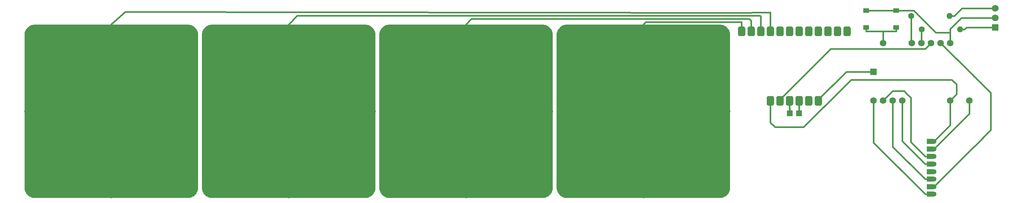
<source format=gbr>
G04 #@! TF.GenerationSoftware,KiCad,Pcbnew,(5.0.0-3-g5ebb6b6)*
G04 #@! TF.CreationDate,2021-01-19T19:10:24+01:00*
G04 #@! TF.ProjectId,HB-RC-4-TOUCH,48422D52432D342D544F5543482E6B69,rev?*
G04 #@! TF.SameCoordinates,Original*
G04 #@! TF.FileFunction,Copper,L1,Top,Signal*
G04 #@! TF.FilePolarity,Positive*
%FSLAX46Y46*%
G04 Gerber Fmt 4.6, Leading zero omitted, Abs format (unit mm)*
G04 Created by KiCad (PCBNEW (5.0.0-3-g5ebb6b6)) date 2021 January 19, Tuesday 19:10:24*
%MOMM*%
%LPD*%
G01*
G04 APERTURE LIST*
G04 #@! TA.AperFunction,ComponentPad*
%ADD10C,1.727200*%
G04 #@! TD*
G04 #@! TA.AperFunction,ComponentPad*
%ADD11R,1.727200X1.727200*%
G04 #@! TD*
G04 #@! TA.AperFunction,Conductor*
%ADD12C,0.100000*%
G04 #@! TD*
G04 #@! TA.AperFunction,SMDPad,CuDef*
%ADD13C,1.905000*%
G04 #@! TD*
G04 #@! TA.AperFunction,ConnectorPad*
%ADD14R,1.800000X1.350000*%
G04 #@! TD*
G04 #@! TA.AperFunction,BGAPad,CuDef*
%ADD15C,1.350000*%
G04 #@! TD*
G04 #@! TA.AperFunction,SMDPad,CuDef*
%ADD16R,1.550000X1.300000*%
G04 #@! TD*
G04 #@! TA.AperFunction,ComponentPad*
%ADD17C,1.600000*%
G04 #@! TD*
G04 #@! TA.AperFunction,ComponentPad*
%ADD18O,1.600000X1.600000*%
G04 #@! TD*
G04 #@! TA.AperFunction,SMDPad,CuDef*
%ADD19R,1.500000X1.500000*%
G04 #@! TD*
G04 #@! TA.AperFunction,Conductor*
%ADD20C,46.000000*%
G04 #@! TD*
G04 #@! TA.AperFunction,ComponentPad*
%ADD21R,1.800000X1.800000*%
G04 #@! TD*
G04 #@! TA.AperFunction,ComponentPad*
%ADD22C,1.800000*%
G04 #@! TD*
G04 #@! TA.AperFunction,Conductor*
%ADD23C,0.400000*%
G04 #@! TD*
G04 APERTURE END LIST*
D10*
G04 #@! TO.P,X1,11D*
G04 #@! TO.N,Net-(SW1-Pad1)*
X250550000Y-28880000D03*
G04 #@! TO.P,X1,6D*
G04 #@! TO.N,MPR121_IRQ*
X263250000Y-28880000D03*
G04 #@! TO.P,X1,5D*
G04 #@! TO.N,CC1101_GDO0*
X265790000Y-28880000D03*
G04 #@! TO.P,X1,7D*
G04 #@! TO.N,Net-(R1-Pad1)*
X260710000Y-28880000D03*
G04 #@! TO.P,X1,8D*
G04 #@! TO.N,Net-(R2-Pad1)*
X258170000Y-28880000D03*
G04 #@! TO.P,X1,4D*
G04 #@! TO.N,GND*
X268330000Y-28880000D03*
G04 #@! TO.P,X1,2A*
X273410000Y-44120000D03*
G04 #@! TO.P,X1,4A*
G04 #@! TO.N,+3V3*
X268330000Y-44120000D03*
G04 #@! TO.P,X1,10A*
G04 #@! TO.N,MISO*
X253090000Y-44120000D03*
G04 #@! TO.P,X1,9A*
G04 #@! TO.N,SCK*
X255630000Y-44120000D03*
G04 #@! TO.P,X1,11A*
G04 #@! TO.N,MOSI*
X250550000Y-44120000D03*
D11*
G04 #@! TO.P,X1,1B*
G04 #@! TO.N,GND*
X248010000Y-36500000D03*
D10*
G04 #@! TO.P,X1,12A*
G04 #@! TO.N,CC1101_CS*
X248010000Y-44120000D03*
G04 #@! TD*
D12*
G04 #@! TO.N,Net-(J4-Pad1)*
G04 #@! TO.C,U2*
G36*
X213552931Y-24524793D02*
X213599162Y-24531651D01*
X213644498Y-24543007D01*
X213688503Y-24558752D01*
X213730753Y-24578735D01*
X213770840Y-24602763D01*
X213808380Y-24630604D01*
X213843010Y-24661990D01*
X213874396Y-24696620D01*
X213902237Y-24734160D01*
X213926265Y-24774247D01*
X213946248Y-24816497D01*
X213961993Y-24860502D01*
X213973349Y-24905838D01*
X213980207Y-24952069D01*
X213982500Y-24998750D01*
X213982500Y-26586250D01*
X213980207Y-26632931D01*
X213973349Y-26679162D01*
X213961993Y-26724498D01*
X213946248Y-26768503D01*
X213926265Y-26810753D01*
X213902237Y-26850840D01*
X213874396Y-26888380D01*
X213843010Y-26923010D01*
X213808380Y-26954396D01*
X213770840Y-26982237D01*
X213730753Y-27006265D01*
X213688503Y-27026248D01*
X213644498Y-27041993D01*
X213599162Y-27053349D01*
X213552931Y-27060207D01*
X213506250Y-27062500D01*
X212553750Y-27062500D01*
X212507069Y-27060207D01*
X212460838Y-27053349D01*
X212415502Y-27041993D01*
X212371497Y-27026248D01*
X212329247Y-27006265D01*
X212289160Y-26982237D01*
X212251620Y-26954396D01*
X212216990Y-26923010D01*
X212185604Y-26888380D01*
X212157763Y-26850840D01*
X212133735Y-26810753D01*
X212113752Y-26768503D01*
X212098007Y-26724498D01*
X212086651Y-26679162D01*
X212079793Y-26632931D01*
X212077500Y-26586250D01*
X212077500Y-24998750D01*
X212079793Y-24952069D01*
X212086651Y-24905838D01*
X212098007Y-24860502D01*
X212113752Y-24816497D01*
X212133735Y-24774247D01*
X212157763Y-24734160D01*
X212185604Y-24696620D01*
X212216990Y-24661990D01*
X212251620Y-24630604D01*
X212289160Y-24602763D01*
X212329247Y-24578735D01*
X212371497Y-24558752D01*
X212415502Y-24543007D01*
X212460838Y-24531651D01*
X212507069Y-24524793D01*
X212553750Y-24522500D01*
X213506250Y-24522500D01*
X213552931Y-24524793D01*
X213552931Y-24524793D01*
G37*
D13*
G04 #@! TD*
G04 #@! TO.P,U2,7*
G04 #@! TO.N,Net-(J4-Pad1)*
X213030000Y-25792500D03*
D12*
G04 #@! TO.N,Net-(J3-Pad1)*
G04 #@! TO.C,U2*
G36*
X216092931Y-24524793D02*
X216139162Y-24531651D01*
X216184498Y-24543007D01*
X216228503Y-24558752D01*
X216270753Y-24578735D01*
X216310840Y-24602763D01*
X216348380Y-24630604D01*
X216383010Y-24661990D01*
X216414396Y-24696620D01*
X216442237Y-24734160D01*
X216466265Y-24774247D01*
X216486248Y-24816497D01*
X216501993Y-24860502D01*
X216513349Y-24905838D01*
X216520207Y-24952069D01*
X216522500Y-24998750D01*
X216522500Y-26586250D01*
X216520207Y-26632931D01*
X216513349Y-26679162D01*
X216501993Y-26724498D01*
X216486248Y-26768503D01*
X216466265Y-26810753D01*
X216442237Y-26850840D01*
X216414396Y-26888380D01*
X216383010Y-26923010D01*
X216348380Y-26954396D01*
X216310840Y-26982237D01*
X216270753Y-27006265D01*
X216228503Y-27026248D01*
X216184498Y-27041993D01*
X216139162Y-27053349D01*
X216092931Y-27060207D01*
X216046250Y-27062500D01*
X215093750Y-27062500D01*
X215047069Y-27060207D01*
X215000838Y-27053349D01*
X214955502Y-27041993D01*
X214911497Y-27026248D01*
X214869247Y-27006265D01*
X214829160Y-26982237D01*
X214791620Y-26954396D01*
X214756990Y-26923010D01*
X214725604Y-26888380D01*
X214697763Y-26850840D01*
X214673735Y-26810753D01*
X214653752Y-26768503D01*
X214638007Y-26724498D01*
X214626651Y-26679162D01*
X214619793Y-26632931D01*
X214617500Y-26586250D01*
X214617500Y-24998750D01*
X214619793Y-24952069D01*
X214626651Y-24905838D01*
X214638007Y-24860502D01*
X214653752Y-24816497D01*
X214673735Y-24774247D01*
X214697763Y-24734160D01*
X214725604Y-24696620D01*
X214756990Y-24661990D01*
X214791620Y-24630604D01*
X214829160Y-24602763D01*
X214869247Y-24578735D01*
X214911497Y-24558752D01*
X214955502Y-24543007D01*
X215000838Y-24531651D01*
X215047069Y-24524793D01*
X215093750Y-24522500D01*
X216046250Y-24522500D01*
X216092931Y-24524793D01*
X216092931Y-24524793D01*
G37*
D13*
G04 #@! TD*
G04 #@! TO.P,U2,8*
G04 #@! TO.N,Net-(J3-Pad1)*
X215570000Y-25792500D03*
D12*
G04 #@! TO.N,Net-(J2-Pad1)*
G04 #@! TO.C,U2*
G36*
X218632931Y-24524793D02*
X218679162Y-24531651D01*
X218724498Y-24543007D01*
X218768503Y-24558752D01*
X218810753Y-24578735D01*
X218850840Y-24602763D01*
X218888380Y-24630604D01*
X218923010Y-24661990D01*
X218954396Y-24696620D01*
X218982237Y-24734160D01*
X219006265Y-24774247D01*
X219026248Y-24816497D01*
X219041993Y-24860502D01*
X219053349Y-24905838D01*
X219060207Y-24952069D01*
X219062500Y-24998750D01*
X219062500Y-26586250D01*
X219060207Y-26632931D01*
X219053349Y-26679162D01*
X219041993Y-26724498D01*
X219026248Y-26768503D01*
X219006265Y-26810753D01*
X218982237Y-26850840D01*
X218954396Y-26888380D01*
X218923010Y-26923010D01*
X218888380Y-26954396D01*
X218850840Y-26982237D01*
X218810753Y-27006265D01*
X218768503Y-27026248D01*
X218724498Y-27041993D01*
X218679162Y-27053349D01*
X218632931Y-27060207D01*
X218586250Y-27062500D01*
X217633750Y-27062500D01*
X217587069Y-27060207D01*
X217540838Y-27053349D01*
X217495502Y-27041993D01*
X217451497Y-27026248D01*
X217409247Y-27006265D01*
X217369160Y-26982237D01*
X217331620Y-26954396D01*
X217296990Y-26923010D01*
X217265604Y-26888380D01*
X217237763Y-26850840D01*
X217213735Y-26810753D01*
X217193752Y-26768503D01*
X217178007Y-26724498D01*
X217166651Y-26679162D01*
X217159793Y-26632931D01*
X217157500Y-26586250D01*
X217157500Y-24998750D01*
X217159793Y-24952069D01*
X217166651Y-24905838D01*
X217178007Y-24860502D01*
X217193752Y-24816497D01*
X217213735Y-24774247D01*
X217237763Y-24734160D01*
X217265604Y-24696620D01*
X217296990Y-24661990D01*
X217331620Y-24630604D01*
X217369160Y-24602763D01*
X217409247Y-24578735D01*
X217451497Y-24558752D01*
X217495502Y-24543007D01*
X217540838Y-24531651D01*
X217587069Y-24524793D01*
X217633750Y-24522500D01*
X218586250Y-24522500D01*
X218632931Y-24524793D01*
X218632931Y-24524793D01*
G37*
D13*
G04 #@! TD*
G04 #@! TO.P,U2,9*
G04 #@! TO.N,Net-(J2-Pad1)*
X218110000Y-25792500D03*
D12*
G04 #@! TO.N,Net-(U2-Pad18)*
G04 #@! TO.C,U2*
G36*
X241492931Y-24524793D02*
X241539162Y-24531651D01*
X241584498Y-24543007D01*
X241628503Y-24558752D01*
X241670753Y-24578735D01*
X241710840Y-24602763D01*
X241748380Y-24630604D01*
X241783010Y-24661990D01*
X241814396Y-24696620D01*
X241842237Y-24734160D01*
X241866265Y-24774247D01*
X241886248Y-24816497D01*
X241901993Y-24860502D01*
X241913349Y-24905838D01*
X241920207Y-24952069D01*
X241922500Y-24998750D01*
X241922500Y-26586250D01*
X241920207Y-26632931D01*
X241913349Y-26679162D01*
X241901993Y-26724498D01*
X241886248Y-26768503D01*
X241866265Y-26810753D01*
X241842237Y-26850840D01*
X241814396Y-26888380D01*
X241783010Y-26923010D01*
X241748380Y-26954396D01*
X241710840Y-26982237D01*
X241670753Y-27006265D01*
X241628503Y-27026248D01*
X241584498Y-27041993D01*
X241539162Y-27053349D01*
X241492931Y-27060207D01*
X241446250Y-27062500D01*
X240493750Y-27062500D01*
X240447069Y-27060207D01*
X240400838Y-27053349D01*
X240355502Y-27041993D01*
X240311497Y-27026248D01*
X240269247Y-27006265D01*
X240229160Y-26982237D01*
X240191620Y-26954396D01*
X240156990Y-26923010D01*
X240125604Y-26888380D01*
X240097763Y-26850840D01*
X240073735Y-26810753D01*
X240053752Y-26768503D01*
X240038007Y-26724498D01*
X240026651Y-26679162D01*
X240019793Y-26632931D01*
X240017500Y-26586250D01*
X240017500Y-24998750D01*
X240019793Y-24952069D01*
X240026651Y-24905838D01*
X240038007Y-24860502D01*
X240053752Y-24816497D01*
X240073735Y-24774247D01*
X240097763Y-24734160D01*
X240125604Y-24696620D01*
X240156990Y-24661990D01*
X240191620Y-24630604D01*
X240229160Y-24602763D01*
X240269247Y-24578735D01*
X240311497Y-24558752D01*
X240355502Y-24543007D01*
X240400838Y-24531651D01*
X240447069Y-24524793D01*
X240493750Y-24522500D01*
X241446250Y-24522500D01*
X241492931Y-24524793D01*
X241492931Y-24524793D01*
G37*
D13*
G04 #@! TD*
G04 #@! TO.P,U2,18*
G04 #@! TO.N,Net-(U2-Pad18)*
X240970000Y-25792500D03*
D12*
G04 #@! TO.N,Net-(U2-Pad17)*
G04 #@! TO.C,U2*
G36*
X238952931Y-24524793D02*
X238999162Y-24531651D01*
X239044498Y-24543007D01*
X239088503Y-24558752D01*
X239130753Y-24578735D01*
X239170840Y-24602763D01*
X239208380Y-24630604D01*
X239243010Y-24661990D01*
X239274396Y-24696620D01*
X239302237Y-24734160D01*
X239326265Y-24774247D01*
X239346248Y-24816497D01*
X239361993Y-24860502D01*
X239373349Y-24905838D01*
X239380207Y-24952069D01*
X239382500Y-24998750D01*
X239382500Y-26586250D01*
X239380207Y-26632931D01*
X239373349Y-26679162D01*
X239361993Y-26724498D01*
X239346248Y-26768503D01*
X239326265Y-26810753D01*
X239302237Y-26850840D01*
X239274396Y-26888380D01*
X239243010Y-26923010D01*
X239208380Y-26954396D01*
X239170840Y-26982237D01*
X239130753Y-27006265D01*
X239088503Y-27026248D01*
X239044498Y-27041993D01*
X238999162Y-27053349D01*
X238952931Y-27060207D01*
X238906250Y-27062500D01*
X237953750Y-27062500D01*
X237907069Y-27060207D01*
X237860838Y-27053349D01*
X237815502Y-27041993D01*
X237771497Y-27026248D01*
X237729247Y-27006265D01*
X237689160Y-26982237D01*
X237651620Y-26954396D01*
X237616990Y-26923010D01*
X237585604Y-26888380D01*
X237557763Y-26850840D01*
X237533735Y-26810753D01*
X237513752Y-26768503D01*
X237498007Y-26724498D01*
X237486651Y-26679162D01*
X237479793Y-26632931D01*
X237477500Y-26586250D01*
X237477500Y-24998750D01*
X237479793Y-24952069D01*
X237486651Y-24905838D01*
X237498007Y-24860502D01*
X237513752Y-24816497D01*
X237533735Y-24774247D01*
X237557763Y-24734160D01*
X237585604Y-24696620D01*
X237616990Y-24661990D01*
X237651620Y-24630604D01*
X237689160Y-24602763D01*
X237729247Y-24578735D01*
X237771497Y-24558752D01*
X237815502Y-24543007D01*
X237860838Y-24531651D01*
X237907069Y-24524793D01*
X237953750Y-24522500D01*
X238906250Y-24522500D01*
X238952931Y-24524793D01*
X238952931Y-24524793D01*
G37*
D13*
G04 #@! TD*
G04 #@! TO.P,U2,17*
G04 #@! TO.N,Net-(U2-Pad17)*
X238430000Y-25792500D03*
D12*
G04 #@! TO.N,Net-(U2-Pad16)*
G04 #@! TO.C,U2*
G36*
X236412931Y-24524793D02*
X236459162Y-24531651D01*
X236504498Y-24543007D01*
X236548503Y-24558752D01*
X236590753Y-24578735D01*
X236630840Y-24602763D01*
X236668380Y-24630604D01*
X236703010Y-24661990D01*
X236734396Y-24696620D01*
X236762237Y-24734160D01*
X236786265Y-24774247D01*
X236806248Y-24816497D01*
X236821993Y-24860502D01*
X236833349Y-24905838D01*
X236840207Y-24952069D01*
X236842500Y-24998750D01*
X236842500Y-26586250D01*
X236840207Y-26632931D01*
X236833349Y-26679162D01*
X236821993Y-26724498D01*
X236806248Y-26768503D01*
X236786265Y-26810753D01*
X236762237Y-26850840D01*
X236734396Y-26888380D01*
X236703010Y-26923010D01*
X236668380Y-26954396D01*
X236630840Y-26982237D01*
X236590753Y-27006265D01*
X236548503Y-27026248D01*
X236504498Y-27041993D01*
X236459162Y-27053349D01*
X236412931Y-27060207D01*
X236366250Y-27062500D01*
X235413750Y-27062500D01*
X235367069Y-27060207D01*
X235320838Y-27053349D01*
X235275502Y-27041993D01*
X235231497Y-27026248D01*
X235189247Y-27006265D01*
X235149160Y-26982237D01*
X235111620Y-26954396D01*
X235076990Y-26923010D01*
X235045604Y-26888380D01*
X235017763Y-26850840D01*
X234993735Y-26810753D01*
X234973752Y-26768503D01*
X234958007Y-26724498D01*
X234946651Y-26679162D01*
X234939793Y-26632931D01*
X234937500Y-26586250D01*
X234937500Y-24998750D01*
X234939793Y-24952069D01*
X234946651Y-24905838D01*
X234958007Y-24860502D01*
X234973752Y-24816497D01*
X234993735Y-24774247D01*
X235017763Y-24734160D01*
X235045604Y-24696620D01*
X235076990Y-24661990D01*
X235111620Y-24630604D01*
X235149160Y-24602763D01*
X235189247Y-24578735D01*
X235231497Y-24558752D01*
X235275502Y-24543007D01*
X235320838Y-24531651D01*
X235367069Y-24524793D01*
X235413750Y-24522500D01*
X236366250Y-24522500D01*
X236412931Y-24524793D01*
X236412931Y-24524793D01*
G37*
D13*
G04 #@! TD*
G04 #@! TO.P,U2,16*
G04 #@! TO.N,Net-(U2-Pad16)*
X235890000Y-25792500D03*
D12*
G04 #@! TO.N,Net-(U2-Pad15)*
G04 #@! TO.C,U2*
G36*
X233872931Y-24524793D02*
X233919162Y-24531651D01*
X233964498Y-24543007D01*
X234008503Y-24558752D01*
X234050753Y-24578735D01*
X234090840Y-24602763D01*
X234128380Y-24630604D01*
X234163010Y-24661990D01*
X234194396Y-24696620D01*
X234222237Y-24734160D01*
X234246265Y-24774247D01*
X234266248Y-24816497D01*
X234281993Y-24860502D01*
X234293349Y-24905838D01*
X234300207Y-24952069D01*
X234302500Y-24998750D01*
X234302500Y-26586250D01*
X234300207Y-26632931D01*
X234293349Y-26679162D01*
X234281993Y-26724498D01*
X234266248Y-26768503D01*
X234246265Y-26810753D01*
X234222237Y-26850840D01*
X234194396Y-26888380D01*
X234163010Y-26923010D01*
X234128380Y-26954396D01*
X234090840Y-26982237D01*
X234050753Y-27006265D01*
X234008503Y-27026248D01*
X233964498Y-27041993D01*
X233919162Y-27053349D01*
X233872931Y-27060207D01*
X233826250Y-27062500D01*
X232873750Y-27062500D01*
X232827069Y-27060207D01*
X232780838Y-27053349D01*
X232735502Y-27041993D01*
X232691497Y-27026248D01*
X232649247Y-27006265D01*
X232609160Y-26982237D01*
X232571620Y-26954396D01*
X232536990Y-26923010D01*
X232505604Y-26888380D01*
X232477763Y-26850840D01*
X232453735Y-26810753D01*
X232433752Y-26768503D01*
X232418007Y-26724498D01*
X232406651Y-26679162D01*
X232399793Y-26632931D01*
X232397500Y-26586250D01*
X232397500Y-24998750D01*
X232399793Y-24952069D01*
X232406651Y-24905838D01*
X232418007Y-24860502D01*
X232433752Y-24816497D01*
X232453735Y-24774247D01*
X232477763Y-24734160D01*
X232505604Y-24696620D01*
X232536990Y-24661990D01*
X232571620Y-24630604D01*
X232609160Y-24602763D01*
X232649247Y-24578735D01*
X232691497Y-24558752D01*
X232735502Y-24543007D01*
X232780838Y-24531651D01*
X232827069Y-24524793D01*
X232873750Y-24522500D01*
X233826250Y-24522500D01*
X233872931Y-24524793D01*
X233872931Y-24524793D01*
G37*
D13*
G04 #@! TD*
G04 #@! TO.P,U2,15*
G04 #@! TO.N,Net-(U2-Pad15)*
X233350000Y-25792500D03*
D12*
G04 #@! TO.N,Net-(U2-Pad14)*
G04 #@! TO.C,U2*
G36*
X231332931Y-24524793D02*
X231379162Y-24531651D01*
X231424498Y-24543007D01*
X231468503Y-24558752D01*
X231510753Y-24578735D01*
X231550840Y-24602763D01*
X231588380Y-24630604D01*
X231623010Y-24661990D01*
X231654396Y-24696620D01*
X231682237Y-24734160D01*
X231706265Y-24774247D01*
X231726248Y-24816497D01*
X231741993Y-24860502D01*
X231753349Y-24905838D01*
X231760207Y-24952069D01*
X231762500Y-24998750D01*
X231762500Y-26586250D01*
X231760207Y-26632931D01*
X231753349Y-26679162D01*
X231741993Y-26724498D01*
X231726248Y-26768503D01*
X231706265Y-26810753D01*
X231682237Y-26850840D01*
X231654396Y-26888380D01*
X231623010Y-26923010D01*
X231588380Y-26954396D01*
X231550840Y-26982237D01*
X231510753Y-27006265D01*
X231468503Y-27026248D01*
X231424498Y-27041993D01*
X231379162Y-27053349D01*
X231332931Y-27060207D01*
X231286250Y-27062500D01*
X230333750Y-27062500D01*
X230287069Y-27060207D01*
X230240838Y-27053349D01*
X230195502Y-27041993D01*
X230151497Y-27026248D01*
X230109247Y-27006265D01*
X230069160Y-26982237D01*
X230031620Y-26954396D01*
X229996990Y-26923010D01*
X229965604Y-26888380D01*
X229937763Y-26850840D01*
X229913735Y-26810753D01*
X229893752Y-26768503D01*
X229878007Y-26724498D01*
X229866651Y-26679162D01*
X229859793Y-26632931D01*
X229857500Y-26586250D01*
X229857500Y-24998750D01*
X229859793Y-24952069D01*
X229866651Y-24905838D01*
X229878007Y-24860502D01*
X229893752Y-24816497D01*
X229913735Y-24774247D01*
X229937763Y-24734160D01*
X229965604Y-24696620D01*
X229996990Y-24661990D01*
X230031620Y-24630604D01*
X230069160Y-24602763D01*
X230109247Y-24578735D01*
X230151497Y-24558752D01*
X230195502Y-24543007D01*
X230240838Y-24531651D01*
X230287069Y-24524793D01*
X230333750Y-24522500D01*
X231286250Y-24522500D01*
X231332931Y-24524793D01*
X231332931Y-24524793D01*
G37*
D13*
G04 #@! TD*
G04 #@! TO.P,U2,14*
G04 #@! TO.N,Net-(U2-Pad14)*
X230810000Y-25792500D03*
D12*
G04 #@! TO.N,Net-(U2-Pad13)*
G04 #@! TO.C,U2*
G36*
X228792931Y-24524793D02*
X228839162Y-24531651D01*
X228884498Y-24543007D01*
X228928503Y-24558752D01*
X228970753Y-24578735D01*
X229010840Y-24602763D01*
X229048380Y-24630604D01*
X229083010Y-24661990D01*
X229114396Y-24696620D01*
X229142237Y-24734160D01*
X229166265Y-24774247D01*
X229186248Y-24816497D01*
X229201993Y-24860502D01*
X229213349Y-24905838D01*
X229220207Y-24952069D01*
X229222500Y-24998750D01*
X229222500Y-26586250D01*
X229220207Y-26632931D01*
X229213349Y-26679162D01*
X229201993Y-26724498D01*
X229186248Y-26768503D01*
X229166265Y-26810753D01*
X229142237Y-26850840D01*
X229114396Y-26888380D01*
X229083010Y-26923010D01*
X229048380Y-26954396D01*
X229010840Y-26982237D01*
X228970753Y-27006265D01*
X228928503Y-27026248D01*
X228884498Y-27041993D01*
X228839162Y-27053349D01*
X228792931Y-27060207D01*
X228746250Y-27062500D01*
X227793750Y-27062500D01*
X227747069Y-27060207D01*
X227700838Y-27053349D01*
X227655502Y-27041993D01*
X227611497Y-27026248D01*
X227569247Y-27006265D01*
X227529160Y-26982237D01*
X227491620Y-26954396D01*
X227456990Y-26923010D01*
X227425604Y-26888380D01*
X227397763Y-26850840D01*
X227373735Y-26810753D01*
X227353752Y-26768503D01*
X227338007Y-26724498D01*
X227326651Y-26679162D01*
X227319793Y-26632931D01*
X227317500Y-26586250D01*
X227317500Y-24998750D01*
X227319793Y-24952069D01*
X227326651Y-24905838D01*
X227338007Y-24860502D01*
X227353752Y-24816497D01*
X227373735Y-24774247D01*
X227397763Y-24734160D01*
X227425604Y-24696620D01*
X227456990Y-24661990D01*
X227491620Y-24630604D01*
X227529160Y-24602763D01*
X227569247Y-24578735D01*
X227611497Y-24558752D01*
X227655502Y-24543007D01*
X227700838Y-24531651D01*
X227747069Y-24524793D01*
X227793750Y-24522500D01*
X228746250Y-24522500D01*
X228792931Y-24524793D01*
X228792931Y-24524793D01*
G37*
D13*
G04 #@! TD*
G04 #@! TO.P,U2,13*
G04 #@! TO.N,Net-(U2-Pad13)*
X228270000Y-25792500D03*
D12*
G04 #@! TO.N,Net-(U2-Pad12)*
G04 #@! TO.C,U2*
G36*
X226252931Y-24524793D02*
X226299162Y-24531651D01*
X226344498Y-24543007D01*
X226388503Y-24558752D01*
X226430753Y-24578735D01*
X226470840Y-24602763D01*
X226508380Y-24630604D01*
X226543010Y-24661990D01*
X226574396Y-24696620D01*
X226602237Y-24734160D01*
X226626265Y-24774247D01*
X226646248Y-24816497D01*
X226661993Y-24860502D01*
X226673349Y-24905838D01*
X226680207Y-24952069D01*
X226682500Y-24998750D01*
X226682500Y-26586250D01*
X226680207Y-26632931D01*
X226673349Y-26679162D01*
X226661993Y-26724498D01*
X226646248Y-26768503D01*
X226626265Y-26810753D01*
X226602237Y-26850840D01*
X226574396Y-26888380D01*
X226543010Y-26923010D01*
X226508380Y-26954396D01*
X226470840Y-26982237D01*
X226430753Y-27006265D01*
X226388503Y-27026248D01*
X226344498Y-27041993D01*
X226299162Y-27053349D01*
X226252931Y-27060207D01*
X226206250Y-27062500D01*
X225253750Y-27062500D01*
X225207069Y-27060207D01*
X225160838Y-27053349D01*
X225115502Y-27041993D01*
X225071497Y-27026248D01*
X225029247Y-27006265D01*
X224989160Y-26982237D01*
X224951620Y-26954396D01*
X224916990Y-26923010D01*
X224885604Y-26888380D01*
X224857763Y-26850840D01*
X224833735Y-26810753D01*
X224813752Y-26768503D01*
X224798007Y-26724498D01*
X224786651Y-26679162D01*
X224779793Y-26632931D01*
X224777500Y-26586250D01*
X224777500Y-24998750D01*
X224779793Y-24952069D01*
X224786651Y-24905838D01*
X224798007Y-24860502D01*
X224813752Y-24816497D01*
X224833735Y-24774247D01*
X224857763Y-24734160D01*
X224885604Y-24696620D01*
X224916990Y-24661990D01*
X224951620Y-24630604D01*
X224989160Y-24602763D01*
X225029247Y-24578735D01*
X225071497Y-24558752D01*
X225115502Y-24543007D01*
X225160838Y-24531651D01*
X225207069Y-24524793D01*
X225253750Y-24522500D01*
X226206250Y-24522500D01*
X226252931Y-24524793D01*
X226252931Y-24524793D01*
G37*
D13*
G04 #@! TD*
G04 #@! TO.P,U2,12*
G04 #@! TO.N,Net-(U2-Pad12)*
X225730000Y-25792500D03*
D12*
G04 #@! TO.N,Net-(U2-Pad11)*
G04 #@! TO.C,U2*
G36*
X223712931Y-24524793D02*
X223759162Y-24531651D01*
X223804498Y-24543007D01*
X223848503Y-24558752D01*
X223890753Y-24578735D01*
X223930840Y-24602763D01*
X223968380Y-24630604D01*
X224003010Y-24661990D01*
X224034396Y-24696620D01*
X224062237Y-24734160D01*
X224086265Y-24774247D01*
X224106248Y-24816497D01*
X224121993Y-24860502D01*
X224133349Y-24905838D01*
X224140207Y-24952069D01*
X224142500Y-24998750D01*
X224142500Y-26586250D01*
X224140207Y-26632931D01*
X224133349Y-26679162D01*
X224121993Y-26724498D01*
X224106248Y-26768503D01*
X224086265Y-26810753D01*
X224062237Y-26850840D01*
X224034396Y-26888380D01*
X224003010Y-26923010D01*
X223968380Y-26954396D01*
X223930840Y-26982237D01*
X223890753Y-27006265D01*
X223848503Y-27026248D01*
X223804498Y-27041993D01*
X223759162Y-27053349D01*
X223712931Y-27060207D01*
X223666250Y-27062500D01*
X222713750Y-27062500D01*
X222667069Y-27060207D01*
X222620838Y-27053349D01*
X222575502Y-27041993D01*
X222531497Y-27026248D01*
X222489247Y-27006265D01*
X222449160Y-26982237D01*
X222411620Y-26954396D01*
X222376990Y-26923010D01*
X222345604Y-26888380D01*
X222317763Y-26850840D01*
X222293735Y-26810753D01*
X222273752Y-26768503D01*
X222258007Y-26724498D01*
X222246651Y-26679162D01*
X222239793Y-26632931D01*
X222237500Y-26586250D01*
X222237500Y-24998750D01*
X222239793Y-24952069D01*
X222246651Y-24905838D01*
X222258007Y-24860502D01*
X222273752Y-24816497D01*
X222293735Y-24774247D01*
X222317763Y-24734160D01*
X222345604Y-24696620D01*
X222376990Y-24661990D01*
X222411620Y-24630604D01*
X222449160Y-24602763D01*
X222489247Y-24578735D01*
X222531497Y-24558752D01*
X222575502Y-24543007D01*
X222620838Y-24531651D01*
X222667069Y-24524793D01*
X222713750Y-24522500D01*
X223666250Y-24522500D01*
X223712931Y-24524793D01*
X223712931Y-24524793D01*
G37*
D13*
G04 #@! TD*
G04 #@! TO.P,U2,11*
G04 #@! TO.N,Net-(U2-Pad11)*
X223190000Y-25792500D03*
D12*
G04 #@! TO.N,Net-(J1-Pad1)*
G04 #@! TO.C,U2*
G36*
X221172931Y-24524793D02*
X221219162Y-24531651D01*
X221264498Y-24543007D01*
X221308503Y-24558752D01*
X221350753Y-24578735D01*
X221390840Y-24602763D01*
X221428380Y-24630604D01*
X221463010Y-24661990D01*
X221494396Y-24696620D01*
X221522237Y-24734160D01*
X221546265Y-24774247D01*
X221566248Y-24816497D01*
X221581993Y-24860502D01*
X221593349Y-24905838D01*
X221600207Y-24952069D01*
X221602500Y-24998750D01*
X221602500Y-26586250D01*
X221600207Y-26632931D01*
X221593349Y-26679162D01*
X221581993Y-26724498D01*
X221566248Y-26768503D01*
X221546265Y-26810753D01*
X221522237Y-26850840D01*
X221494396Y-26888380D01*
X221463010Y-26923010D01*
X221428380Y-26954396D01*
X221390840Y-26982237D01*
X221350753Y-27006265D01*
X221308503Y-27026248D01*
X221264498Y-27041993D01*
X221219162Y-27053349D01*
X221172931Y-27060207D01*
X221126250Y-27062500D01*
X220173750Y-27062500D01*
X220127069Y-27060207D01*
X220080838Y-27053349D01*
X220035502Y-27041993D01*
X219991497Y-27026248D01*
X219949247Y-27006265D01*
X219909160Y-26982237D01*
X219871620Y-26954396D01*
X219836990Y-26923010D01*
X219805604Y-26888380D01*
X219777763Y-26850840D01*
X219753735Y-26810753D01*
X219733752Y-26768503D01*
X219718007Y-26724498D01*
X219706651Y-26679162D01*
X219699793Y-26632931D01*
X219697500Y-26586250D01*
X219697500Y-24998750D01*
X219699793Y-24952069D01*
X219706651Y-24905838D01*
X219718007Y-24860502D01*
X219733752Y-24816497D01*
X219753735Y-24774247D01*
X219777763Y-24734160D01*
X219805604Y-24696620D01*
X219836990Y-24661990D01*
X219871620Y-24630604D01*
X219909160Y-24602763D01*
X219949247Y-24578735D01*
X219991497Y-24558752D01*
X220035502Y-24543007D01*
X220080838Y-24531651D01*
X220127069Y-24524793D01*
X220173750Y-24522500D01*
X221126250Y-24522500D01*
X221172931Y-24524793D01*
X221172931Y-24524793D01*
G37*
D13*
G04 #@! TD*
G04 #@! TO.P,U2,10*
G04 #@! TO.N,Net-(J1-Pad1)*
X220650000Y-25792500D03*
D12*
G04 #@! TO.N,GND*
G04 #@! TO.C,U2*
G36*
X233872931Y-42939793D02*
X233919162Y-42946651D01*
X233964498Y-42958007D01*
X234008503Y-42973752D01*
X234050753Y-42993735D01*
X234090840Y-43017763D01*
X234128380Y-43045604D01*
X234163010Y-43076990D01*
X234194396Y-43111620D01*
X234222237Y-43149160D01*
X234246265Y-43189247D01*
X234266248Y-43231497D01*
X234281993Y-43275502D01*
X234293349Y-43320838D01*
X234300207Y-43367069D01*
X234302500Y-43413750D01*
X234302500Y-45001250D01*
X234300207Y-45047931D01*
X234293349Y-45094162D01*
X234281993Y-45139498D01*
X234266248Y-45183503D01*
X234246265Y-45225753D01*
X234222237Y-45265840D01*
X234194396Y-45303380D01*
X234163010Y-45338010D01*
X234128380Y-45369396D01*
X234090840Y-45397237D01*
X234050753Y-45421265D01*
X234008503Y-45441248D01*
X233964498Y-45456993D01*
X233919162Y-45468349D01*
X233872931Y-45475207D01*
X233826250Y-45477500D01*
X232873750Y-45477500D01*
X232827069Y-45475207D01*
X232780838Y-45468349D01*
X232735502Y-45456993D01*
X232691497Y-45441248D01*
X232649247Y-45421265D01*
X232609160Y-45397237D01*
X232571620Y-45369396D01*
X232536990Y-45338010D01*
X232505604Y-45303380D01*
X232477763Y-45265840D01*
X232453735Y-45225753D01*
X232433752Y-45183503D01*
X232418007Y-45139498D01*
X232406651Y-45094162D01*
X232399793Y-45047931D01*
X232397500Y-45001250D01*
X232397500Y-43413750D01*
X232399793Y-43367069D01*
X232406651Y-43320838D01*
X232418007Y-43275502D01*
X232433752Y-43231497D01*
X232453735Y-43189247D01*
X232477763Y-43149160D01*
X232505604Y-43111620D01*
X232536990Y-43076990D01*
X232571620Y-43045604D01*
X232609160Y-43017763D01*
X232649247Y-42993735D01*
X232691497Y-42973752D01*
X232735502Y-42958007D01*
X232780838Y-42946651D01*
X232827069Y-42939793D01*
X232873750Y-42937500D01*
X233826250Y-42937500D01*
X233872931Y-42939793D01*
X233872931Y-42939793D01*
G37*
D13*
G04 #@! TD*
G04 #@! TO.P,U2,6*
G04 #@! TO.N,GND*
X233350000Y-44207500D03*
D12*
G04 #@! TO.N,Net-(U2-Pad5)*
G04 #@! TO.C,U2*
G36*
X231332931Y-42939793D02*
X231379162Y-42946651D01*
X231424498Y-42958007D01*
X231468503Y-42973752D01*
X231510753Y-42993735D01*
X231550840Y-43017763D01*
X231588380Y-43045604D01*
X231623010Y-43076990D01*
X231654396Y-43111620D01*
X231682237Y-43149160D01*
X231706265Y-43189247D01*
X231726248Y-43231497D01*
X231741993Y-43275502D01*
X231753349Y-43320838D01*
X231760207Y-43367069D01*
X231762500Y-43413750D01*
X231762500Y-45001250D01*
X231760207Y-45047931D01*
X231753349Y-45094162D01*
X231741993Y-45139498D01*
X231726248Y-45183503D01*
X231706265Y-45225753D01*
X231682237Y-45265840D01*
X231654396Y-45303380D01*
X231623010Y-45338010D01*
X231588380Y-45369396D01*
X231550840Y-45397237D01*
X231510753Y-45421265D01*
X231468503Y-45441248D01*
X231424498Y-45456993D01*
X231379162Y-45468349D01*
X231332931Y-45475207D01*
X231286250Y-45477500D01*
X230333750Y-45477500D01*
X230287069Y-45475207D01*
X230240838Y-45468349D01*
X230195502Y-45456993D01*
X230151497Y-45441248D01*
X230109247Y-45421265D01*
X230069160Y-45397237D01*
X230031620Y-45369396D01*
X229996990Y-45338010D01*
X229965604Y-45303380D01*
X229937763Y-45265840D01*
X229913735Y-45225753D01*
X229893752Y-45183503D01*
X229878007Y-45139498D01*
X229866651Y-45094162D01*
X229859793Y-45047931D01*
X229857500Y-45001250D01*
X229857500Y-43413750D01*
X229859793Y-43367069D01*
X229866651Y-43320838D01*
X229878007Y-43275502D01*
X229893752Y-43231497D01*
X229913735Y-43189247D01*
X229937763Y-43149160D01*
X229965604Y-43111620D01*
X229996990Y-43076990D01*
X230031620Y-43045604D01*
X230069160Y-43017763D01*
X230109247Y-42993735D01*
X230151497Y-42973752D01*
X230195502Y-42958007D01*
X230240838Y-42946651D01*
X230287069Y-42939793D01*
X230333750Y-42937500D01*
X231286250Y-42937500D01*
X231332931Y-42939793D01*
X231332931Y-42939793D01*
G37*
D13*
G04 #@! TD*
G04 #@! TO.P,U2,5*
G04 #@! TO.N,Net-(U2-Pad5)*
X230810000Y-44207500D03*
D12*
G04 #@! TO.N,Net-(J6-Pad1)*
G04 #@! TO.C,U2*
G36*
X228792931Y-42939793D02*
X228839162Y-42946651D01*
X228884498Y-42958007D01*
X228928503Y-42973752D01*
X228970753Y-42993735D01*
X229010840Y-43017763D01*
X229048380Y-43045604D01*
X229083010Y-43076990D01*
X229114396Y-43111620D01*
X229142237Y-43149160D01*
X229166265Y-43189247D01*
X229186248Y-43231497D01*
X229201993Y-43275502D01*
X229213349Y-43320838D01*
X229220207Y-43367069D01*
X229222500Y-43413750D01*
X229222500Y-45001250D01*
X229220207Y-45047931D01*
X229213349Y-45094162D01*
X229201993Y-45139498D01*
X229186248Y-45183503D01*
X229166265Y-45225753D01*
X229142237Y-45265840D01*
X229114396Y-45303380D01*
X229083010Y-45338010D01*
X229048380Y-45369396D01*
X229010840Y-45397237D01*
X228970753Y-45421265D01*
X228928503Y-45441248D01*
X228884498Y-45456993D01*
X228839162Y-45468349D01*
X228792931Y-45475207D01*
X228746250Y-45477500D01*
X227793750Y-45477500D01*
X227747069Y-45475207D01*
X227700838Y-45468349D01*
X227655502Y-45456993D01*
X227611497Y-45441248D01*
X227569247Y-45421265D01*
X227529160Y-45397237D01*
X227491620Y-45369396D01*
X227456990Y-45338010D01*
X227425604Y-45303380D01*
X227397763Y-45265840D01*
X227373735Y-45225753D01*
X227353752Y-45183503D01*
X227338007Y-45139498D01*
X227326651Y-45094162D01*
X227319793Y-45047931D01*
X227317500Y-45001250D01*
X227317500Y-43413750D01*
X227319793Y-43367069D01*
X227326651Y-43320838D01*
X227338007Y-43275502D01*
X227353752Y-43231497D01*
X227373735Y-43189247D01*
X227397763Y-43149160D01*
X227425604Y-43111620D01*
X227456990Y-43076990D01*
X227491620Y-43045604D01*
X227529160Y-43017763D01*
X227569247Y-42993735D01*
X227611497Y-42973752D01*
X227655502Y-42958007D01*
X227700838Y-42946651D01*
X227747069Y-42939793D01*
X227793750Y-42937500D01*
X228746250Y-42937500D01*
X228792931Y-42939793D01*
X228792931Y-42939793D01*
G37*
D13*
G04 #@! TD*
G04 #@! TO.P,U2,4*
G04 #@! TO.N,Net-(J6-Pad1)*
X228270000Y-44207500D03*
D12*
G04 #@! TO.N,Net-(J5-Pad1)*
G04 #@! TO.C,U2*
G36*
X226252931Y-42939793D02*
X226299162Y-42946651D01*
X226344498Y-42958007D01*
X226388503Y-42973752D01*
X226430753Y-42993735D01*
X226470840Y-43017763D01*
X226508380Y-43045604D01*
X226543010Y-43076990D01*
X226574396Y-43111620D01*
X226602237Y-43149160D01*
X226626265Y-43189247D01*
X226646248Y-43231497D01*
X226661993Y-43275502D01*
X226673349Y-43320838D01*
X226680207Y-43367069D01*
X226682500Y-43413750D01*
X226682500Y-45001250D01*
X226680207Y-45047931D01*
X226673349Y-45094162D01*
X226661993Y-45139498D01*
X226646248Y-45183503D01*
X226626265Y-45225753D01*
X226602237Y-45265840D01*
X226574396Y-45303380D01*
X226543010Y-45338010D01*
X226508380Y-45369396D01*
X226470840Y-45397237D01*
X226430753Y-45421265D01*
X226388503Y-45441248D01*
X226344498Y-45456993D01*
X226299162Y-45468349D01*
X226252931Y-45475207D01*
X226206250Y-45477500D01*
X225253750Y-45477500D01*
X225207069Y-45475207D01*
X225160838Y-45468349D01*
X225115502Y-45456993D01*
X225071497Y-45441248D01*
X225029247Y-45421265D01*
X224989160Y-45397237D01*
X224951620Y-45369396D01*
X224916990Y-45338010D01*
X224885604Y-45303380D01*
X224857763Y-45265840D01*
X224833735Y-45225753D01*
X224813752Y-45183503D01*
X224798007Y-45139498D01*
X224786651Y-45094162D01*
X224779793Y-45047931D01*
X224777500Y-45001250D01*
X224777500Y-43413750D01*
X224779793Y-43367069D01*
X224786651Y-43320838D01*
X224798007Y-43275502D01*
X224813752Y-43231497D01*
X224833735Y-43189247D01*
X224857763Y-43149160D01*
X224885604Y-43111620D01*
X224916990Y-43076990D01*
X224951620Y-43045604D01*
X224989160Y-43017763D01*
X225029247Y-42993735D01*
X225071497Y-42973752D01*
X225115502Y-42958007D01*
X225160838Y-42946651D01*
X225207069Y-42939793D01*
X225253750Y-42937500D01*
X226206250Y-42937500D01*
X226252931Y-42939793D01*
X226252931Y-42939793D01*
G37*
D13*
G04 #@! TD*
G04 #@! TO.P,U2,3*
G04 #@! TO.N,Net-(J5-Pad1)*
X225730000Y-44207500D03*
D12*
G04 #@! TO.N,MPR121_IRQ*
G04 #@! TO.C,U2*
G36*
X223712931Y-42939793D02*
X223759162Y-42946651D01*
X223804498Y-42958007D01*
X223848503Y-42973752D01*
X223890753Y-42993735D01*
X223930840Y-43017763D01*
X223968380Y-43045604D01*
X224003010Y-43076990D01*
X224034396Y-43111620D01*
X224062237Y-43149160D01*
X224086265Y-43189247D01*
X224106248Y-43231497D01*
X224121993Y-43275502D01*
X224133349Y-43320838D01*
X224140207Y-43367069D01*
X224142500Y-43413750D01*
X224142500Y-45001250D01*
X224140207Y-45047931D01*
X224133349Y-45094162D01*
X224121993Y-45139498D01*
X224106248Y-45183503D01*
X224086265Y-45225753D01*
X224062237Y-45265840D01*
X224034396Y-45303380D01*
X224003010Y-45338010D01*
X223968380Y-45369396D01*
X223930840Y-45397237D01*
X223890753Y-45421265D01*
X223848503Y-45441248D01*
X223804498Y-45456993D01*
X223759162Y-45468349D01*
X223712931Y-45475207D01*
X223666250Y-45477500D01*
X222713750Y-45477500D01*
X222667069Y-45475207D01*
X222620838Y-45468349D01*
X222575502Y-45456993D01*
X222531497Y-45441248D01*
X222489247Y-45421265D01*
X222449160Y-45397237D01*
X222411620Y-45369396D01*
X222376990Y-45338010D01*
X222345604Y-45303380D01*
X222317763Y-45265840D01*
X222293735Y-45225753D01*
X222273752Y-45183503D01*
X222258007Y-45139498D01*
X222246651Y-45094162D01*
X222239793Y-45047931D01*
X222237500Y-45001250D01*
X222237500Y-43413750D01*
X222239793Y-43367069D01*
X222246651Y-43320838D01*
X222258007Y-43275502D01*
X222273752Y-43231497D01*
X222293735Y-43189247D01*
X222317763Y-43149160D01*
X222345604Y-43111620D01*
X222376990Y-43076990D01*
X222411620Y-43045604D01*
X222449160Y-43017763D01*
X222489247Y-42993735D01*
X222531497Y-42973752D01*
X222575502Y-42958007D01*
X222620838Y-42946651D01*
X222667069Y-42939793D01*
X222713750Y-42937500D01*
X223666250Y-42937500D01*
X223712931Y-42939793D01*
X223712931Y-42939793D01*
G37*
D13*
G04 #@! TD*
G04 #@! TO.P,U2,2*
G04 #@! TO.N,MPR121_IRQ*
X223190000Y-44207500D03*
D12*
G04 #@! TO.N,+3V3*
G04 #@! TO.C,U2*
G36*
X221172931Y-42939793D02*
X221219162Y-42946651D01*
X221264498Y-42958007D01*
X221308503Y-42973752D01*
X221350753Y-42993735D01*
X221390840Y-43017763D01*
X221428380Y-43045604D01*
X221463010Y-43076990D01*
X221494396Y-43111620D01*
X221522237Y-43149160D01*
X221546265Y-43189247D01*
X221566248Y-43231497D01*
X221581993Y-43275502D01*
X221593349Y-43320838D01*
X221600207Y-43367069D01*
X221602500Y-43413750D01*
X221602500Y-45001250D01*
X221600207Y-45047931D01*
X221593349Y-45094162D01*
X221581993Y-45139498D01*
X221566248Y-45183503D01*
X221546265Y-45225753D01*
X221522237Y-45265840D01*
X221494396Y-45303380D01*
X221463010Y-45338010D01*
X221428380Y-45369396D01*
X221390840Y-45397237D01*
X221350753Y-45421265D01*
X221308503Y-45441248D01*
X221264498Y-45456993D01*
X221219162Y-45468349D01*
X221172931Y-45475207D01*
X221126250Y-45477500D01*
X220173750Y-45477500D01*
X220127069Y-45475207D01*
X220080838Y-45468349D01*
X220035502Y-45456993D01*
X219991497Y-45441248D01*
X219949247Y-45421265D01*
X219909160Y-45397237D01*
X219871620Y-45369396D01*
X219836990Y-45338010D01*
X219805604Y-45303380D01*
X219777763Y-45265840D01*
X219753735Y-45225753D01*
X219733752Y-45183503D01*
X219718007Y-45139498D01*
X219706651Y-45094162D01*
X219699793Y-45047931D01*
X219697500Y-45001250D01*
X219697500Y-43413750D01*
X219699793Y-43367069D01*
X219706651Y-43320838D01*
X219718007Y-43275502D01*
X219733752Y-43231497D01*
X219753735Y-43189247D01*
X219777763Y-43149160D01*
X219805604Y-43111620D01*
X219836990Y-43076990D01*
X219871620Y-43045604D01*
X219909160Y-43017763D01*
X219949247Y-42993735D01*
X219991497Y-42973752D01*
X220035502Y-42958007D01*
X220080838Y-42946651D01*
X220127069Y-42939793D01*
X220173750Y-42937500D01*
X221126250Y-42937500D01*
X221172931Y-42939793D01*
X221172931Y-42939793D01*
G37*
D13*
G04 #@! TD*
G04 #@! TO.P,U2,1*
G04 #@! TO.N,+3V3*
X220650000Y-44207500D03*
D14*
G04 #@! TO.P,U1,7*
G04 #@! TO.N,CC1101_GDO0*
X263000000Y-67000000D03*
G04 #@! TO.P,U1,6*
G04 #@! TO.N,MISO*
X263000000Y-65000000D03*
G04 #@! TO.P,U1,5*
G04 #@! TO.N,Net-(U1-Pad5)*
X263000000Y-63000000D03*
G04 #@! TO.P,U1,4*
G04 #@! TO.N,SCK*
X263000000Y-61000000D03*
G04 #@! TO.P,U1,3*
G04 #@! TO.N,MOSI*
X263000000Y-59000000D03*
G04 #@! TO.P,U1,2*
G04 #@! TO.N,GND*
X263000000Y-57000000D03*
G04 #@! TO.P,U1,1*
G04 #@! TO.N,+3V3*
X263000000Y-55000000D03*
D15*
G04 #@! TO.P,U1,7*
G04 #@! TO.N,CC1101_GDO0*
X264000000Y-67000000D03*
G04 #@! TO.P,U1,6*
G04 #@! TO.N,MISO*
X264000000Y-65000000D03*
G04 #@! TO.P,U1,5*
G04 #@! TO.N,Net-(U1-Pad5)*
X264000000Y-63000000D03*
G04 #@! TO.P,U1,4*
G04 #@! TO.N,SCK*
X264000000Y-61000000D03*
G04 #@! TO.P,U1,3*
G04 #@! TO.N,MOSI*
X264000000Y-59000000D03*
G04 #@! TO.P,U1,2*
G04 #@! TO.N,GND*
X264000000Y-57000000D03*
G04 #@! TO.P,U1,1*
G04 #@! TO.N,+3V3*
X264000000Y-55000000D03*
D14*
G04 #@! TO.P,U1,8*
G04 #@! TO.N,CC1101_CS*
X263000000Y-69000000D03*
D15*
X264000000Y-69000000D03*
G04 #@! TD*
D16*
G04 #@! TO.P,SW1,2*
G04 #@! TO.N,GND*
X253980000Y-20250000D03*
G04 #@! TO.P,SW1,1*
G04 #@! TO.N,Net-(SW1-Pad1)*
X253980000Y-24750000D03*
X246020000Y-24750000D03*
G04 #@! TO.P,SW1,2*
G04 #@! TO.N,GND*
X246020000Y-20250000D03*
G04 #@! TD*
D17*
G04 #@! TO.P,R2,1*
G04 #@! TO.N,Net-(R2-Pad1)*
X258000000Y-21750000D03*
D18*
G04 #@! TO.P,R2,2*
G04 #@! TO.N,Net-(D1-Pad3)*
X268160000Y-21750000D03*
G04 #@! TD*
D17*
G04 #@! TO.P,R1,1*
G04 #@! TO.N,Net-(R1-Pad1)*
X260750000Y-25250000D03*
D18*
G04 #@! TO.P,R1,2*
G04 #@! TO.N,Net-(D1-Pad1)*
X270910000Y-25250000D03*
G04 #@! TD*
D19*
G04 #@! TO.P,J6,1*
G04 #@! TO.N,Net-(J6-Pad1)*
X228250000Y-47500000D03*
G04 #@! TD*
G04 #@! TO.P,J5,1*
G04 #@! TO.N,Net-(J5-Pad1)*
X225750000Y-47500000D03*
G04 #@! TD*
D12*
G04 #@! TO.N,Net-(J4-Pad1)*
G04 #@! TO.C,J4*
G36*
X207510527Y-24013290D02*
X207778449Y-24053033D01*
X208041186Y-24118845D01*
X208296206Y-24210092D01*
X208541055Y-24325897D01*
X208773374Y-24465144D01*
X208990925Y-24626491D01*
X209191615Y-24808385D01*
X209373509Y-25009075D01*
X209534856Y-25226626D01*
X209674103Y-25458945D01*
X209789908Y-25703794D01*
X209881155Y-25958814D01*
X209946967Y-26221551D01*
X209986710Y-26489473D01*
X210000000Y-26760000D01*
X210000000Y-67240000D01*
X209986710Y-67510527D01*
X209946967Y-67778449D01*
X209881155Y-68041186D01*
X209789908Y-68296206D01*
X209674103Y-68541055D01*
X209534856Y-68773374D01*
X209373509Y-68990925D01*
X209191615Y-69191615D01*
X208990925Y-69373509D01*
X208773374Y-69534856D01*
X208541055Y-69674103D01*
X208296206Y-69789908D01*
X208041186Y-69881155D01*
X207778449Y-69946967D01*
X207510527Y-69986710D01*
X207240000Y-70000000D01*
X166760000Y-70000000D01*
X166489473Y-69986710D01*
X166221551Y-69946967D01*
X165958814Y-69881155D01*
X165703794Y-69789908D01*
X165458945Y-69674103D01*
X165226626Y-69534856D01*
X165009075Y-69373509D01*
X164808385Y-69191615D01*
X164626491Y-68990925D01*
X164465144Y-68773374D01*
X164325897Y-68541055D01*
X164210092Y-68296206D01*
X164118845Y-68041186D01*
X164053033Y-67778449D01*
X164013290Y-67510527D01*
X164000000Y-67240000D01*
X164000000Y-26760000D01*
X164013290Y-26489473D01*
X164053033Y-26221551D01*
X164118845Y-25958814D01*
X164210092Y-25703794D01*
X164325897Y-25458945D01*
X164465144Y-25226626D01*
X164626491Y-25009075D01*
X164808385Y-24808385D01*
X165009075Y-24626491D01*
X165226626Y-24465144D01*
X165458945Y-24325897D01*
X165703794Y-24210092D01*
X165958814Y-24118845D01*
X166221551Y-24053033D01*
X166489473Y-24013290D01*
X166760000Y-24000000D01*
X207240000Y-24000000D01*
X207510527Y-24013290D01*
X207510527Y-24013290D01*
G37*
D20*
X187000000Y-47000000D03*
G04 #@! TD*
D12*
G04 #@! TO.N,Net-(J3-Pad1)*
G04 #@! TO.C,J3*
G36*
X160510527Y-24013290D02*
X160778449Y-24053033D01*
X161041186Y-24118845D01*
X161296206Y-24210092D01*
X161541055Y-24325897D01*
X161773374Y-24465144D01*
X161990925Y-24626491D01*
X162191615Y-24808385D01*
X162373509Y-25009075D01*
X162534856Y-25226626D01*
X162674103Y-25458945D01*
X162789908Y-25703794D01*
X162881155Y-25958814D01*
X162946967Y-26221551D01*
X162986710Y-26489473D01*
X163000000Y-26760000D01*
X163000000Y-67240000D01*
X162986710Y-67510527D01*
X162946967Y-67778449D01*
X162881155Y-68041186D01*
X162789908Y-68296206D01*
X162674103Y-68541055D01*
X162534856Y-68773374D01*
X162373509Y-68990925D01*
X162191615Y-69191615D01*
X161990925Y-69373509D01*
X161773374Y-69534856D01*
X161541055Y-69674103D01*
X161296206Y-69789908D01*
X161041186Y-69881155D01*
X160778449Y-69946967D01*
X160510527Y-69986710D01*
X160240000Y-70000000D01*
X119760000Y-70000000D01*
X119489473Y-69986710D01*
X119221551Y-69946967D01*
X118958814Y-69881155D01*
X118703794Y-69789908D01*
X118458945Y-69674103D01*
X118226626Y-69534856D01*
X118009075Y-69373509D01*
X117808385Y-69191615D01*
X117626491Y-68990925D01*
X117465144Y-68773374D01*
X117325897Y-68541055D01*
X117210092Y-68296206D01*
X117118845Y-68041186D01*
X117053033Y-67778449D01*
X117013290Y-67510527D01*
X117000000Y-67240000D01*
X117000000Y-26760000D01*
X117013290Y-26489473D01*
X117053033Y-26221551D01*
X117118845Y-25958814D01*
X117210092Y-25703794D01*
X117325897Y-25458945D01*
X117465144Y-25226626D01*
X117626491Y-25009075D01*
X117808385Y-24808385D01*
X118009075Y-24626491D01*
X118226626Y-24465144D01*
X118458945Y-24325897D01*
X118703794Y-24210092D01*
X118958814Y-24118845D01*
X119221551Y-24053033D01*
X119489473Y-24013290D01*
X119760000Y-24000000D01*
X160240000Y-24000000D01*
X160510527Y-24013290D01*
X160510527Y-24013290D01*
G37*
D20*
X140000000Y-47000000D03*
G04 #@! TD*
D12*
G04 #@! TO.N,Net-(J2-Pad1)*
G04 #@! TO.C,J2*
G36*
X113510527Y-24013290D02*
X113778449Y-24053033D01*
X114041186Y-24118845D01*
X114296206Y-24210092D01*
X114541055Y-24325897D01*
X114773374Y-24465144D01*
X114990925Y-24626491D01*
X115191615Y-24808385D01*
X115373509Y-25009075D01*
X115534856Y-25226626D01*
X115674103Y-25458945D01*
X115789908Y-25703794D01*
X115881155Y-25958814D01*
X115946967Y-26221551D01*
X115986710Y-26489473D01*
X116000000Y-26760000D01*
X116000000Y-67240000D01*
X115986710Y-67510527D01*
X115946967Y-67778449D01*
X115881155Y-68041186D01*
X115789908Y-68296206D01*
X115674103Y-68541055D01*
X115534856Y-68773374D01*
X115373509Y-68990925D01*
X115191615Y-69191615D01*
X114990925Y-69373509D01*
X114773374Y-69534856D01*
X114541055Y-69674103D01*
X114296206Y-69789908D01*
X114041186Y-69881155D01*
X113778449Y-69946967D01*
X113510527Y-69986710D01*
X113240000Y-70000000D01*
X72760000Y-70000000D01*
X72489473Y-69986710D01*
X72221551Y-69946967D01*
X71958814Y-69881155D01*
X71703794Y-69789908D01*
X71458945Y-69674103D01*
X71226626Y-69534856D01*
X71009075Y-69373509D01*
X70808385Y-69191615D01*
X70626491Y-68990925D01*
X70465144Y-68773374D01*
X70325897Y-68541055D01*
X70210092Y-68296206D01*
X70118845Y-68041186D01*
X70053033Y-67778449D01*
X70013290Y-67510527D01*
X70000000Y-67240000D01*
X70000000Y-26760000D01*
X70013290Y-26489473D01*
X70053033Y-26221551D01*
X70118845Y-25958814D01*
X70210092Y-25703794D01*
X70325897Y-25458945D01*
X70465144Y-25226626D01*
X70626491Y-25009075D01*
X70808385Y-24808385D01*
X71009075Y-24626491D01*
X71226626Y-24465144D01*
X71458945Y-24325897D01*
X71703794Y-24210092D01*
X71958814Y-24118845D01*
X72221551Y-24053033D01*
X72489473Y-24013290D01*
X72760000Y-24000000D01*
X113240000Y-24000000D01*
X113510527Y-24013290D01*
X113510527Y-24013290D01*
G37*
D20*
X93000000Y-47000000D03*
G04 #@! TD*
D12*
G04 #@! TO.N,Net-(J1-Pad1)*
G04 #@! TO.C,J1*
G36*
X66510527Y-24013290D02*
X66778449Y-24053033D01*
X67041186Y-24118845D01*
X67296206Y-24210092D01*
X67541055Y-24325897D01*
X67773374Y-24465144D01*
X67990925Y-24626491D01*
X68191615Y-24808385D01*
X68373509Y-25009075D01*
X68534856Y-25226626D01*
X68674103Y-25458945D01*
X68789908Y-25703794D01*
X68881155Y-25958814D01*
X68946967Y-26221551D01*
X68986710Y-26489473D01*
X69000000Y-26760000D01*
X69000000Y-67240000D01*
X68986710Y-67510527D01*
X68946967Y-67778449D01*
X68881155Y-68041186D01*
X68789908Y-68296206D01*
X68674103Y-68541055D01*
X68534856Y-68773374D01*
X68373509Y-68990925D01*
X68191615Y-69191615D01*
X67990925Y-69373509D01*
X67773374Y-69534856D01*
X67541055Y-69674103D01*
X67296206Y-69789908D01*
X67041186Y-69881155D01*
X66778449Y-69946967D01*
X66510527Y-69986710D01*
X66240000Y-70000000D01*
X25760000Y-70000000D01*
X25489473Y-69986710D01*
X25221551Y-69946967D01*
X24958814Y-69881155D01*
X24703794Y-69789908D01*
X24458945Y-69674103D01*
X24226626Y-69534856D01*
X24009075Y-69373509D01*
X23808385Y-69191615D01*
X23626491Y-68990925D01*
X23465144Y-68773374D01*
X23325897Y-68541055D01*
X23210092Y-68296206D01*
X23118845Y-68041186D01*
X23053033Y-67778449D01*
X23013290Y-67510527D01*
X23000000Y-67240000D01*
X23000000Y-26760000D01*
X23013290Y-26489473D01*
X23053033Y-26221551D01*
X23118845Y-25958814D01*
X23210092Y-25703794D01*
X23325897Y-25458945D01*
X23465144Y-25226626D01*
X23626491Y-25009075D01*
X23808385Y-24808385D01*
X24009075Y-24626491D01*
X24226626Y-24465144D01*
X24458945Y-24325897D01*
X24703794Y-24210092D01*
X24958814Y-24118845D01*
X25221551Y-24053033D01*
X25489473Y-24013290D01*
X25760000Y-24000000D01*
X66240000Y-24000000D01*
X66510527Y-24013290D01*
X66510527Y-24013290D01*
G37*
D20*
X46000000Y-47000000D03*
G04 #@! TD*
D21*
G04 #@! TO.P,D1,1*
G04 #@! TO.N,Net-(D1-Pad1)*
X280250000Y-24750000D03*
D22*
G04 #@! TO.P,D1,2*
G04 #@! TO.N,GND*
X280250000Y-22210000D03*
G04 #@! TO.P,D1,3*
G04 #@! TO.N,Net-(D1-Pad3)*
X280250000Y-19670000D03*
G04 #@! TD*
D23*
G04 #@! TO.N,Net-(D1-Pad3)*
X268160000Y-21750000D02*
X269360300Y-21750000D01*
X280250000Y-19670000D02*
X271440300Y-19670000D01*
X271440300Y-19670000D02*
X269360300Y-21750000D01*
G04 #@! TO.N,GND*
X268330000Y-26135500D02*
X268330000Y-28880000D01*
X268330000Y-26129300D02*
X268330000Y-26135500D01*
X268330000Y-26135500D02*
X264520000Y-26135500D01*
X264520000Y-26135500D02*
X258634500Y-20250000D01*
X258634500Y-20250000D02*
X253980000Y-20250000D01*
X246020000Y-20250000D02*
X253980000Y-20250000D01*
X233350000Y-43890000D02*
X240740000Y-36500000D01*
X240740000Y-36500000D02*
X248010000Y-36500000D01*
X264000000Y-57000000D02*
X273410000Y-47590000D01*
X273410000Y-47590000D02*
X273410000Y-44120000D01*
X263000000Y-57000000D02*
X264000000Y-57000000D01*
X268330000Y-25154300D02*
X268330000Y-26135500D01*
X271274300Y-22210000D02*
X268330000Y-25154300D01*
X280250000Y-22210000D02*
X271274300Y-22210000D01*
G04 #@! TO.N,Net-(D1-Pad1)*
X270910000Y-25250000D02*
X272110300Y-25250000D01*
X280250000Y-24750000D02*
X272610300Y-24750000D01*
X272610300Y-24750000D02*
X272110300Y-25250000D01*
G04 #@! TO.N,Net-(J1-Pad1)*
X220650000Y-20828200D02*
X220650000Y-26110000D01*
X210680300Y-20840700D02*
X220650000Y-20828200D01*
X49644300Y-20650200D02*
X210680300Y-20840700D01*
X46000000Y-23900000D02*
X49644300Y-20650200D01*
X46000000Y-47000000D02*
X46000000Y-23900000D01*
G04 #@! TO.N,Net-(J2-Pad1)*
X93000000Y-23900000D02*
X95246500Y-21653500D01*
X93000000Y-47000000D02*
X93000000Y-23900000D01*
X95246500Y-21653500D02*
X217944700Y-21653500D01*
X218110000Y-21818800D02*
X218110000Y-26110000D01*
X217944700Y-21653500D02*
X218110000Y-21818800D01*
G04 #@! TO.N,Net-(J3-Pad1)*
X215049100Y-22504400D02*
X215570000Y-23025300D01*
X215570000Y-23025300D02*
X215570000Y-26110000D01*
X141395600Y-22504400D02*
X215049100Y-22504400D01*
X140000000Y-23900000D02*
X141395600Y-22504400D01*
X140000000Y-47000000D02*
X140000000Y-23900000D01*
G04 #@! TO.N,Net-(J4-Pad1)*
X187000000Y-23900000D02*
X187595500Y-23304500D01*
X187000000Y-47000000D02*
X187000000Y-23900000D01*
X187595500Y-23304500D02*
X212966300Y-23304500D01*
X213030000Y-23368200D02*
X213030000Y-26110000D01*
X212966300Y-23304500D02*
X213030000Y-23368200D01*
G04 #@! TO.N,Net-(J5-Pad1)*
X225750000Y-47500000D02*
X225750000Y-46349700D01*
X225750000Y-46349700D02*
X225730000Y-46329700D01*
X225730000Y-46329700D02*
X225730000Y-43890000D01*
G04 #@! TO.N,Net-(J6-Pad1)*
X228250000Y-47500000D02*
X228250000Y-46349700D01*
X228250000Y-46349700D02*
X228270000Y-46329700D01*
X228270000Y-46329700D02*
X228270000Y-43890000D01*
G04 #@! TO.N,Net-(R1-Pad1)*
X260750000Y-25250000D02*
X260710000Y-25290000D01*
X260710000Y-25290000D02*
X260710000Y-28880000D01*
G04 #@! TO.N,Net-(R2-Pad1)*
X258000000Y-21750000D02*
X258000000Y-28710000D01*
X258000000Y-28710000D02*
X258170000Y-28880000D01*
G04 #@! TO.N,Net-(SW1-Pad1)*
X253980000Y-25800300D02*
X253980000Y-24750000D01*
X246020000Y-24750000D02*
X246020000Y-25800300D01*
X250550000Y-28880000D02*
X250550000Y-25800000D01*
X250550000Y-25800000D02*
X250500000Y-25750000D01*
X250500000Y-25750000D02*
X253980000Y-25800300D01*
X246020000Y-25800300D02*
X250500000Y-25750000D01*
G04 #@! TO.N,CC1101_CS*
X248010000Y-44120000D02*
X248010000Y-55310300D01*
X248010000Y-55310300D02*
X261699700Y-69000000D01*
X263000000Y-69000000D02*
X261699700Y-69000000D01*
X264000000Y-69000000D02*
X263000000Y-69000000D01*
G04 #@! TO.N,+3V3*
X220650000Y-44498800D02*
X220650000Y-43890000D01*
X268330000Y-44120000D02*
X268330000Y-50670000D01*
X268330000Y-50670000D02*
X264000000Y-55000000D01*
X263000000Y-55000000D02*
X264000000Y-55000000D01*
X269976600Y-42473400D02*
X268330000Y-44120000D01*
X269976600Y-39865300D02*
X269976600Y-42473400D01*
X231973100Y-48650400D02*
X237773500Y-42850000D01*
X242023900Y-38620700D02*
X268732000Y-38620700D01*
X231973100Y-48671500D02*
X231973100Y-48650400D01*
X268732000Y-38620700D02*
X269976600Y-39865300D01*
X237773500Y-42850000D02*
X237794600Y-42850000D01*
X229438200Y-51206400D02*
X231973100Y-48671500D01*
X237794600Y-42850000D02*
X242023900Y-38620700D01*
X221881700Y-51206400D02*
X229438200Y-51206400D01*
X220650000Y-49974700D02*
X221881700Y-51206400D01*
X220650000Y-43890000D02*
X220650000Y-49974700D01*
G04 #@! TO.N,MOSI*
X264000000Y-59000000D02*
X263000000Y-59000000D01*
X261699700Y-59000000D02*
X263000000Y-59000000D01*
X256082800Y-41630600D02*
X256900000Y-42447800D01*
X253039400Y-41630600D02*
X256082800Y-41630600D01*
X250550000Y-44120000D02*
X253039400Y-41630600D01*
X256900000Y-42447800D02*
X256900000Y-42460500D01*
X256900000Y-42460500D02*
X257860800Y-43421300D01*
X257860800Y-55161100D02*
X261699700Y-59000000D01*
X257860800Y-43421300D02*
X257860800Y-55161100D01*
G04 #@! TO.N,SCK*
X255630000Y-44120000D02*
X255630000Y-54930300D01*
X255630000Y-54930300D02*
X261699700Y-61000000D01*
X263000000Y-61000000D02*
X261699700Y-61000000D01*
X264000000Y-61000000D02*
X263000000Y-61000000D01*
G04 #@! TO.N,Net-(U1-Pad5)*
X264000000Y-63000000D02*
X263000000Y-63000000D01*
G04 #@! TO.N,MISO*
X263000000Y-65000000D02*
X261699700Y-65000000D01*
X261699700Y-65000000D02*
X253090000Y-56390300D01*
X253090000Y-56390300D02*
X253090000Y-44120000D01*
X264000000Y-65000000D02*
X263000000Y-65000000D01*
G04 #@! TO.N,CC1101_GDO0*
X264000000Y-67000000D02*
X274679900Y-56320100D01*
X263000000Y-67000000D02*
X264000000Y-67000000D01*
X274679900Y-56320100D02*
X274692700Y-56320100D01*
X274692700Y-56320100D02*
X279044400Y-51968400D01*
X279044400Y-42134400D02*
X274298800Y-37388800D01*
X279044400Y-51968400D02*
X279044400Y-42134400D01*
X274298800Y-37388800D02*
X265790000Y-28880000D01*
X274679900Y-37769900D02*
X274298800Y-37388800D01*
G04 #@! TO.N,MPR121_IRQ*
X223190000Y-43890000D02*
X236669700Y-30410300D01*
X236669700Y-30410300D02*
X261719700Y-30410300D01*
X261719700Y-30410300D02*
X263250000Y-28880000D01*
G04 #@! TD*
M02*

</source>
